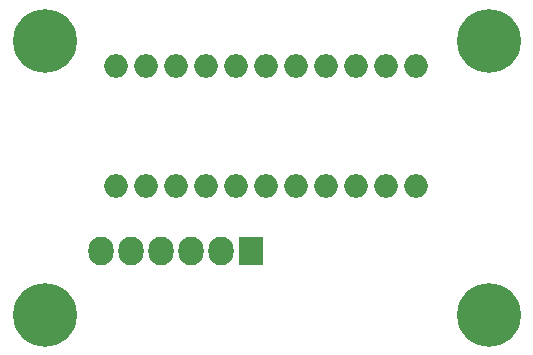
<source format=gbs>
G04 #@! TF.FileFunction,Soldermask,Bot*
%FSLAX46Y46*%
G04 Gerber Fmt 4.6, Leading zero omitted, Abs format (unit mm)*
G04 Created by KiCad (PCBNEW 4.0.5+dfsg1-4) date Tue Mar 13 15:03:46 2018*
%MOMM*%
%LPD*%
G01*
G04 APERTURE LIST*
%ADD10C,0.100000*%
%ADD11R,2.127200X2.432000*%
%ADD12O,2.127200X2.432000*%
%ADD13O,2.000000X2.000000*%
%ADD14C,5.400000*%
G04 APERTURE END LIST*
D10*
D11*
X128264880Y-94097760D03*
D12*
X125724880Y-94097760D03*
X123184880Y-94097760D03*
X120644880Y-94097760D03*
X118104880Y-94097760D03*
X115564880Y-94097760D03*
D13*
X142240000Y-88646000D03*
X139700000Y-88646000D03*
X137160000Y-88646000D03*
X134620000Y-88646000D03*
X132080000Y-88646000D03*
X129540000Y-88646000D03*
X127000000Y-88646000D03*
X124460000Y-88646000D03*
X121920000Y-88646000D03*
X119380000Y-88646000D03*
X116840000Y-88646000D03*
X116840000Y-78486000D03*
X119380000Y-78486000D03*
X121920000Y-78486000D03*
X124460000Y-78486000D03*
X127000000Y-78486000D03*
X129540000Y-78486000D03*
X132080000Y-78486000D03*
X134620000Y-78486000D03*
X137160000Y-78486000D03*
X139700000Y-78486000D03*
X142240000Y-78486000D03*
D14*
X110764880Y-76297760D03*
X148364880Y-76297760D03*
X110764880Y-99497760D03*
X148364880Y-99497760D03*
M02*

</source>
